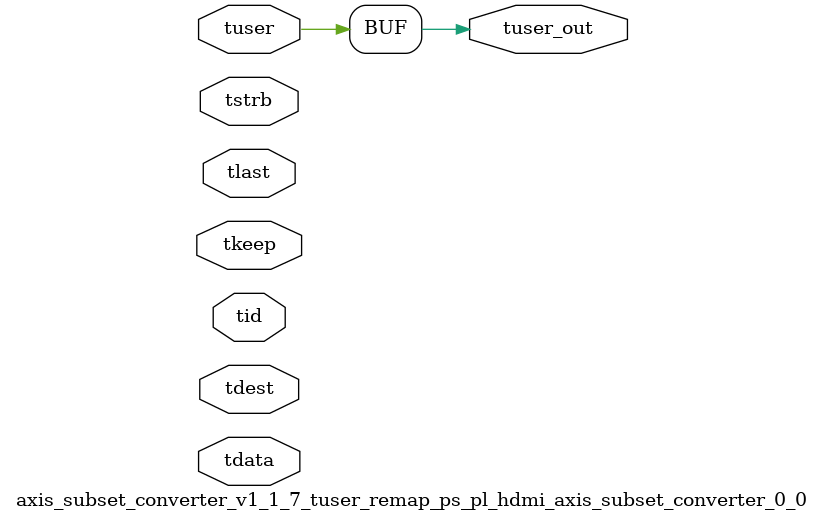
<source format=v>


`timescale 1ps/1ps

module axis_subset_converter_v1_1_7_tuser_remap_ps_pl_hdmi_axis_subset_converter_0_0 #
(
parameter C_S_AXIS_TUSER_WIDTH = 1,
parameter C_S_AXIS_TDATA_WIDTH = 32,
parameter C_S_AXIS_TID_WIDTH   = 0,
parameter C_S_AXIS_TDEST_WIDTH = 0,
parameter C_M_AXIS_TUSER_WIDTH = 1
)
(
input  [(C_S_AXIS_TUSER_WIDTH == 0 ? 1 : C_S_AXIS_TUSER_WIDTH)-1:0     ] tuser,
input  [(C_S_AXIS_TDATA_WIDTH == 0 ? 1 : C_S_AXIS_TDATA_WIDTH)-1:0     ] tdata,
input  [(C_S_AXIS_TID_WIDTH   == 0 ? 1 : C_S_AXIS_TID_WIDTH)-1:0       ] tid,
input  [(C_S_AXIS_TDEST_WIDTH == 0 ? 1 : C_S_AXIS_TDEST_WIDTH)-1:0     ] tdest,
input  [(C_S_AXIS_TDATA_WIDTH/8)-1:0 ] tkeep,
input  [(C_S_AXIS_TDATA_WIDTH/8)-1:0 ] tstrb,
input                                                                    tlast,
output [C_M_AXIS_TUSER_WIDTH-1:0] tuser_out
);

assign tuser_out = {tuser[0:0]};

endmodule


</source>
